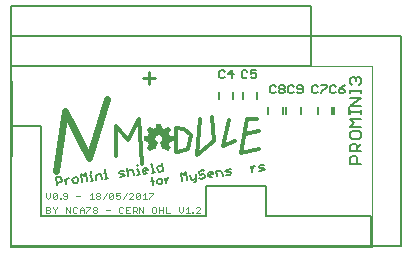
<source format=gto>
G75*
%MOIN*%
%OFA0B0*%
%FSLAX25Y25*%
%IPPOS*%
%LPD*%
%AMOC8*
5,1,8,0,0,1.08239X$1,22.5*
%
%ADD10C,0.00000*%
%ADD11C,0.01100*%
%ADD12C,0.02400*%
%ADD13C,0.01200*%
%ADD14C,0.00500*%
%ADD15C,0.00400*%
%ADD16C,0.01000*%
%ADD17C,0.00700*%
%ADD18C,0.00299*%
%ADD19C,0.00600*%
D10*
X0030829Y0002606D02*
X0151329Y0002606D01*
X0151329Y0062811D01*
X0131250Y0062850D01*
X0131211Y0062889D01*
X0131211Y0072811D01*
X0131250Y0082850D01*
X0030829Y0082850D01*
X0030829Y0002606D01*
D11*
X0077268Y0056884D02*
X0077268Y0060821D01*
X0075300Y0058853D02*
X0079237Y0058853D01*
D12*
X0063250Y0051850D02*
X0057250Y0032350D01*
X0049250Y0047850D01*
X0046250Y0027850D01*
D13*
X0066250Y0032850D02*
X0066250Y0042850D01*
X0070250Y0038350D01*
X0073750Y0045350D01*
X0074750Y0030350D01*
X0086250Y0034350D02*
X0086250Y0042350D01*
X0088750Y0041850D01*
X0091250Y0039850D01*
X0090250Y0035350D01*
X0086750Y0034350D01*
X0093250Y0033350D02*
X0098750Y0037850D01*
X0098250Y0045850D01*
X0094250Y0045350D02*
X0093250Y0033350D01*
X0101750Y0036350D02*
X0105750Y0037850D01*
X0101750Y0036350D02*
X0103750Y0044850D01*
X0109750Y0045350D02*
X0113250Y0045350D01*
X0109750Y0045350D02*
X0107750Y0033850D01*
X0113750Y0035350D01*
X0113750Y0041350D02*
X0109250Y0040350D01*
D14*
X0111302Y0029457D02*
X0111544Y0027671D01*
X0111423Y0028564D02*
X0112195Y0029577D01*
X0112641Y0029638D01*
X0113796Y0029339D02*
X0114302Y0028953D01*
X0115195Y0029074D01*
X0115702Y0028688D01*
X0115316Y0028181D01*
X0113977Y0028000D01*
X0113796Y0029339D02*
X0114182Y0029846D01*
X0115521Y0030027D01*
X0116250Y0022850D02*
X0116250Y0012850D01*
X0151250Y0012850D01*
X0151250Y0002850D01*
X0161250Y0002850D01*
X0161250Y0007850D01*
X0161250Y0067850D01*
X0161250Y0072850D01*
X0131250Y0072850D01*
X0131250Y0062850D01*
X0031250Y0062850D01*
X0031250Y0042850D01*
X0041250Y0042850D01*
X0041250Y0012850D01*
X0096250Y0012850D01*
X0096250Y0022850D01*
X0116250Y0022850D01*
X0104509Y0027175D02*
X0104002Y0027561D01*
X0103109Y0027440D01*
X0102603Y0027826D01*
X0102989Y0028333D01*
X0104328Y0028514D01*
X0104509Y0027175D02*
X0104123Y0026668D01*
X0102784Y0026487D01*
X0101649Y0026333D02*
X0101468Y0027672D01*
X0100961Y0028058D01*
X0099622Y0027877D01*
X0099864Y0026092D01*
X0098608Y0026831D02*
X0096823Y0026590D01*
X0096763Y0027036D02*
X0097149Y0027543D01*
X0098041Y0027664D01*
X0098548Y0027278D01*
X0098608Y0026831D01*
X0098283Y0025878D02*
X0097390Y0025758D01*
X0096884Y0026144D01*
X0096763Y0027036D01*
X0095689Y0026437D02*
X0095182Y0026823D01*
X0094289Y0026702D01*
X0093783Y0027088D01*
X0093722Y0027534D01*
X0094108Y0028041D01*
X0095001Y0028162D01*
X0095507Y0027776D01*
X0095689Y0026437D02*
X0095749Y0025990D01*
X0095363Y0025484D01*
X0094470Y0025363D01*
X0093964Y0025749D01*
X0092889Y0025149D02*
X0091550Y0024968D01*
X0091044Y0025354D01*
X0090863Y0026693D01*
X0089607Y0027432D02*
X0088835Y0026419D01*
X0087822Y0027191D01*
X0088184Y0024513D01*
X0089969Y0024754D02*
X0089607Y0027432D01*
X0092648Y0026934D02*
X0092950Y0024703D01*
X0092564Y0024196D01*
X0092117Y0024136D01*
X0083928Y0025756D02*
X0083482Y0025695D01*
X0082710Y0024682D01*
X0082589Y0025574D02*
X0082831Y0023789D01*
X0081636Y0024082D02*
X0081250Y0023575D01*
X0080357Y0023455D01*
X0079851Y0023841D01*
X0079730Y0024733D01*
X0080116Y0025240D01*
X0081008Y0025361D01*
X0081515Y0024975D01*
X0081636Y0024082D01*
X0078676Y0024591D02*
X0077783Y0024470D01*
X0078109Y0025423D02*
X0078411Y0023192D01*
X0078109Y0025423D02*
X0078495Y0025930D01*
X0078097Y0027408D02*
X0078990Y0027529D01*
X0078543Y0027468D02*
X0078181Y0030146D01*
X0077735Y0030086D01*
X0076781Y0028594D02*
X0076842Y0028147D01*
X0075056Y0027906D01*
X0074996Y0028352D02*
X0075382Y0028859D01*
X0076275Y0028980D01*
X0076781Y0028594D01*
X0076516Y0027194D02*
X0075623Y0027074D01*
X0075117Y0027460D01*
X0074996Y0028352D01*
X0073435Y0028596D02*
X0073677Y0026810D01*
X0074123Y0026871D02*
X0073230Y0026750D01*
X0072096Y0026597D02*
X0071915Y0027936D01*
X0071408Y0028322D01*
X0070515Y0028201D01*
X0070129Y0027694D01*
X0068934Y0027987D02*
X0067595Y0027806D01*
X0067209Y0027299D01*
X0067716Y0026913D01*
X0068609Y0027034D01*
X0069115Y0026648D01*
X0068729Y0026142D01*
X0067391Y0025961D01*
X0070310Y0026355D02*
X0069948Y0029033D01*
X0072989Y0028535D02*
X0073435Y0028596D01*
X0073315Y0029488D02*
X0073254Y0029935D01*
X0079863Y0029010D02*
X0080249Y0029517D01*
X0081588Y0029698D01*
X0081467Y0030591D02*
X0081829Y0027913D01*
X0080490Y0027732D01*
X0079983Y0028118D01*
X0079863Y0029010D01*
X0063417Y0025423D02*
X0062524Y0025303D01*
X0062970Y0025363D02*
X0062729Y0027148D01*
X0062283Y0027088D01*
X0062608Y0028041D02*
X0062548Y0028487D01*
X0061208Y0026488D02*
X0061389Y0025149D01*
X0061208Y0026488D02*
X0060702Y0026874D01*
X0059363Y0026693D01*
X0059604Y0024908D01*
X0058550Y0024765D02*
X0057657Y0024645D01*
X0058104Y0024705D02*
X0057862Y0026490D01*
X0057416Y0026430D01*
X0057742Y0027383D02*
X0057681Y0027829D01*
X0056161Y0027169D02*
X0056523Y0024491D01*
X0054737Y0024250D02*
X0054375Y0026928D01*
X0055389Y0026156D01*
X0056161Y0027169D01*
X0053422Y0025435D02*
X0053542Y0024543D01*
X0053156Y0024036D01*
X0052264Y0023915D01*
X0051757Y0024301D01*
X0051636Y0025194D01*
X0052022Y0025701D01*
X0052915Y0025821D01*
X0053422Y0025435D01*
X0050482Y0025492D02*
X0050035Y0025432D01*
X0049263Y0024419D01*
X0049143Y0025311D02*
X0049384Y0023526D01*
X0048069Y0024712D02*
X0047683Y0024205D01*
X0046344Y0024024D01*
X0046464Y0023131D02*
X0046102Y0025809D01*
X0047441Y0025990D01*
X0047948Y0025604D01*
X0048069Y0024712D01*
X0031250Y0042850D02*
X0031250Y0002850D01*
X0151250Y0002850D01*
X0141876Y0053757D02*
X0140976Y0053757D01*
X0140525Y0054208D01*
X0140525Y0055109D01*
X0141876Y0055109D01*
X0142327Y0054658D01*
X0142327Y0054208D01*
X0141876Y0053757D01*
X0140525Y0055109D02*
X0141426Y0056009D01*
X0142327Y0056460D01*
X0139380Y0056009D02*
X0138930Y0056460D01*
X0138029Y0056460D01*
X0137579Y0056009D01*
X0137579Y0054208D01*
X0138029Y0053757D01*
X0138930Y0053757D01*
X0139380Y0054208D01*
X0136327Y0056009D02*
X0134525Y0054208D01*
X0134525Y0053757D01*
X0133380Y0054208D02*
X0132930Y0053757D01*
X0132029Y0053757D01*
X0131579Y0054208D01*
X0131579Y0056009D01*
X0132029Y0056460D01*
X0132930Y0056460D01*
X0133380Y0056009D01*
X0134525Y0056460D02*
X0136327Y0056460D01*
X0136327Y0056009D01*
X0128327Y0056009D02*
X0128327Y0054208D01*
X0127876Y0053757D01*
X0126976Y0053757D01*
X0126525Y0054208D01*
X0126976Y0055109D02*
X0128327Y0055109D01*
X0128327Y0056009D02*
X0127876Y0056460D01*
X0126976Y0056460D01*
X0126525Y0056009D01*
X0126525Y0055559D01*
X0126976Y0055109D01*
X0125380Y0056009D02*
X0124930Y0056460D01*
X0124029Y0056460D01*
X0123579Y0056009D01*
X0123579Y0054208D01*
X0124029Y0053757D01*
X0124930Y0053757D01*
X0125380Y0054208D01*
X0122327Y0054208D02*
X0121876Y0053757D01*
X0120976Y0053757D01*
X0120525Y0054208D01*
X0120525Y0054658D01*
X0120976Y0055109D01*
X0121876Y0055109D01*
X0122327Y0054658D01*
X0122327Y0054208D01*
X0121876Y0055109D02*
X0122327Y0055559D01*
X0122327Y0056009D01*
X0121876Y0056460D01*
X0120976Y0056460D01*
X0120525Y0056009D01*
X0120525Y0055559D01*
X0120976Y0055109D01*
X0119380Y0056009D02*
X0118930Y0056460D01*
X0118029Y0056460D01*
X0117579Y0056009D01*
X0117579Y0054208D01*
X0118029Y0053757D01*
X0118930Y0053757D01*
X0119380Y0054208D01*
X0112827Y0059208D02*
X0112376Y0058757D01*
X0111476Y0058757D01*
X0111025Y0059208D01*
X0111025Y0060109D02*
X0111926Y0060559D01*
X0112376Y0060559D01*
X0112827Y0060109D01*
X0112827Y0059208D01*
X0111025Y0060109D02*
X0111025Y0061460D01*
X0112827Y0061460D01*
X0109880Y0061009D02*
X0109430Y0061460D01*
X0108529Y0061460D01*
X0108079Y0061009D01*
X0108079Y0059208D01*
X0108529Y0058757D01*
X0109430Y0058757D01*
X0109880Y0059208D01*
X0105327Y0060109D02*
X0103525Y0060109D01*
X0104876Y0061460D01*
X0104876Y0058757D01*
X0102380Y0059208D02*
X0101930Y0058757D01*
X0101029Y0058757D01*
X0100579Y0059208D01*
X0100579Y0061009D01*
X0101029Y0061460D01*
X0101930Y0061460D01*
X0102380Y0061009D01*
X0131250Y0072850D02*
X0031250Y0072850D01*
X0031250Y0062850D01*
X0031250Y0072850D02*
X0031250Y0082850D01*
X0131250Y0082850D01*
X0131250Y0072850D01*
X0031250Y0072850D01*
D15*
X0042950Y0020552D02*
X0042950Y0019217D01*
X0043617Y0018550D01*
X0044284Y0019217D01*
X0044284Y0020552D01*
X0045160Y0020218D02*
X0045160Y0018884D01*
X0046494Y0020218D01*
X0046494Y0018884D01*
X0046161Y0018550D01*
X0045493Y0018550D01*
X0045160Y0018884D01*
X0045160Y0020218D02*
X0045493Y0020552D01*
X0046161Y0020552D01*
X0046494Y0020218D01*
X0047370Y0018884D02*
X0047703Y0018884D01*
X0047703Y0018550D01*
X0047370Y0018550D01*
X0047370Y0018884D01*
X0048475Y0018884D02*
X0048808Y0018550D01*
X0049476Y0018550D01*
X0049809Y0018884D01*
X0049809Y0020218D01*
X0049476Y0020552D01*
X0048808Y0020552D01*
X0048475Y0020218D01*
X0048475Y0019884D01*
X0048808Y0019551D01*
X0049809Y0019551D01*
X0052894Y0019551D02*
X0054229Y0019551D01*
X0057314Y0019884D02*
X0057981Y0020552D01*
X0057981Y0018550D01*
X0057314Y0018550D02*
X0058649Y0018550D01*
X0059524Y0018884D02*
X0059524Y0019217D01*
X0059858Y0019551D01*
X0060525Y0019551D01*
X0060859Y0019217D01*
X0060859Y0018884D01*
X0060525Y0018550D01*
X0059858Y0018550D01*
X0059524Y0018884D01*
X0059858Y0019551D02*
X0059524Y0019884D01*
X0059524Y0020218D01*
X0059858Y0020552D01*
X0060525Y0020552D01*
X0060859Y0020218D01*
X0060859Y0019884D01*
X0060525Y0019551D01*
X0061734Y0018550D02*
X0063068Y0020552D01*
X0063944Y0020218D02*
X0064277Y0020552D01*
X0064945Y0020552D01*
X0065278Y0020218D01*
X0063944Y0018884D01*
X0064277Y0018550D01*
X0064945Y0018550D01*
X0065278Y0018884D01*
X0065278Y0020218D01*
X0066154Y0020552D02*
X0066154Y0019551D01*
X0066821Y0019884D01*
X0067155Y0019884D01*
X0067488Y0019551D01*
X0067488Y0018884D01*
X0067155Y0018550D01*
X0066487Y0018550D01*
X0066154Y0018884D01*
X0066154Y0020552D02*
X0067488Y0020552D01*
X0068364Y0018550D02*
X0069698Y0020552D01*
X0070573Y0020218D02*
X0070907Y0020552D01*
X0071574Y0020552D01*
X0071908Y0020218D01*
X0071908Y0019884D01*
X0070573Y0018550D01*
X0071908Y0018550D01*
X0072783Y0018884D02*
X0072783Y0020218D01*
X0073117Y0020552D01*
X0073784Y0020552D01*
X0074118Y0020218D01*
X0072783Y0018884D01*
X0073117Y0018550D01*
X0073784Y0018550D01*
X0074118Y0018884D01*
X0074118Y0020218D01*
X0074993Y0019884D02*
X0075660Y0020552D01*
X0075660Y0018550D01*
X0074993Y0018550D02*
X0076328Y0018550D01*
X0077203Y0018550D02*
X0077203Y0018884D01*
X0078538Y0020218D01*
X0078538Y0020552D01*
X0077203Y0020552D01*
X0078642Y0016052D02*
X0078308Y0015718D01*
X0078308Y0014384D01*
X0078642Y0014050D01*
X0079309Y0014050D01*
X0079643Y0014384D01*
X0079643Y0015718D01*
X0079309Y0016052D01*
X0078642Y0016052D01*
X0080518Y0016052D02*
X0080518Y0014050D01*
X0080518Y0015051D02*
X0081852Y0015051D01*
X0081852Y0016052D02*
X0081852Y0014050D01*
X0082728Y0014050D02*
X0082728Y0016052D01*
X0082728Y0014050D02*
X0084062Y0014050D01*
X0087148Y0014717D02*
X0087815Y0014050D01*
X0088482Y0014717D01*
X0088482Y0016052D01*
X0089357Y0015384D02*
X0090025Y0016052D01*
X0090025Y0014050D01*
X0090692Y0014050D02*
X0089357Y0014050D01*
X0091567Y0014050D02*
X0091901Y0014050D01*
X0091901Y0014384D01*
X0091567Y0014384D01*
X0091567Y0014050D01*
X0092672Y0014050D02*
X0094007Y0015384D01*
X0094007Y0015718D01*
X0093673Y0016052D01*
X0093006Y0016052D01*
X0092672Y0015718D01*
X0092672Y0014050D02*
X0094007Y0014050D01*
X0087148Y0014717D02*
X0087148Y0016052D01*
X0075223Y0016052D02*
X0075223Y0014050D01*
X0073888Y0016052D01*
X0073888Y0014050D01*
X0073013Y0014050D02*
X0072346Y0014717D01*
X0072679Y0014717D02*
X0071678Y0014717D01*
X0071678Y0014050D02*
X0071678Y0016052D01*
X0072679Y0016052D01*
X0073013Y0015718D01*
X0073013Y0015051D01*
X0072679Y0014717D01*
X0070803Y0014050D02*
X0069469Y0014050D01*
X0069469Y0016052D01*
X0070803Y0016052D01*
X0070136Y0015051D02*
X0069469Y0015051D01*
X0068593Y0015718D02*
X0068260Y0016052D01*
X0067592Y0016052D01*
X0067259Y0015718D01*
X0067259Y0014384D01*
X0067592Y0014050D01*
X0068260Y0014050D01*
X0068593Y0014384D01*
X0064173Y0015051D02*
X0062839Y0015051D01*
X0059754Y0015384D02*
X0059420Y0015051D01*
X0058753Y0015051D01*
X0058419Y0015384D01*
X0058419Y0015718D01*
X0058753Y0016052D01*
X0059420Y0016052D01*
X0059754Y0015718D01*
X0059754Y0015384D01*
X0059420Y0015051D02*
X0059754Y0014717D01*
X0059754Y0014384D01*
X0059420Y0014050D01*
X0058753Y0014050D01*
X0058419Y0014384D01*
X0058419Y0014717D01*
X0058753Y0015051D01*
X0057544Y0015718D02*
X0056209Y0014384D01*
X0056209Y0014050D01*
X0055334Y0014050D02*
X0055334Y0015384D01*
X0054667Y0016052D01*
X0053999Y0015384D01*
X0053999Y0014050D01*
X0053124Y0014384D02*
X0052790Y0014050D01*
X0052123Y0014050D01*
X0051790Y0014384D01*
X0051790Y0015718D01*
X0052123Y0016052D01*
X0052790Y0016052D01*
X0053124Y0015718D01*
X0053999Y0015051D02*
X0055334Y0015051D01*
X0056209Y0016052D02*
X0057544Y0016052D01*
X0057544Y0015718D01*
X0063944Y0018884D02*
X0063944Y0020218D01*
X0050914Y0016052D02*
X0050914Y0014050D01*
X0049580Y0016052D01*
X0049580Y0014050D01*
X0046494Y0015718D02*
X0046494Y0016052D01*
X0046494Y0015718D02*
X0045827Y0015051D01*
X0045827Y0014050D01*
X0045827Y0015051D02*
X0045160Y0015718D01*
X0045160Y0016052D01*
X0044284Y0015718D02*
X0044284Y0015384D01*
X0043951Y0015051D01*
X0042950Y0015051D01*
X0042950Y0014050D02*
X0042950Y0016052D01*
X0043951Y0016052D01*
X0044284Y0015718D01*
X0043951Y0015051D02*
X0044284Y0014717D01*
X0044284Y0014384D01*
X0043951Y0014050D01*
X0042950Y0014050D01*
D16*
X0031250Y0032850D02*
X0031250Y0057850D01*
D17*
X0144097Y0058458D02*
X0144731Y0059092D01*
X0145365Y0059092D01*
X0145998Y0058458D01*
X0146632Y0059092D01*
X0147266Y0059092D01*
X0147900Y0058458D01*
X0147900Y0057190D01*
X0147266Y0056556D01*
X0147900Y0055062D02*
X0147900Y0053794D01*
X0147900Y0054428D02*
X0144097Y0054428D01*
X0144097Y0053794D02*
X0144097Y0055062D01*
X0144731Y0056556D02*
X0144097Y0057190D01*
X0144097Y0058458D01*
X0145998Y0058458D02*
X0145998Y0057824D01*
X0144097Y0052186D02*
X0147900Y0052186D01*
X0144097Y0049651D01*
X0147900Y0049651D01*
X0147900Y0048156D02*
X0147900Y0046888D01*
X0147900Y0047522D02*
X0144097Y0047522D01*
X0144097Y0046888D02*
X0144097Y0048156D01*
X0144097Y0045280D02*
X0147900Y0045280D01*
X0147900Y0042745D02*
X0144097Y0042745D01*
X0145365Y0044012D01*
X0144097Y0045280D01*
X0144731Y0041137D02*
X0144097Y0040503D01*
X0144097Y0039235D01*
X0144731Y0038601D01*
X0147266Y0038601D01*
X0147900Y0039235D01*
X0147900Y0040503D01*
X0147266Y0041137D01*
X0144731Y0041137D01*
X0144731Y0036993D02*
X0144097Y0036359D01*
X0144097Y0034458D01*
X0147900Y0034458D01*
X0146632Y0034458D02*
X0146632Y0036359D01*
X0145998Y0036993D01*
X0144731Y0036993D01*
X0146632Y0035725D02*
X0147900Y0036993D01*
X0145998Y0032850D02*
X0146632Y0032216D01*
X0146632Y0030314D01*
X0147900Y0030314D02*
X0144097Y0030314D01*
X0144097Y0032216D01*
X0144731Y0032850D01*
X0145998Y0032850D01*
D18*
X0085119Y0038170D02*
X0083741Y0037934D01*
X0083701Y0037895D01*
X0083701Y0037816D01*
X0083662Y0037737D01*
X0083662Y0037698D01*
X0083622Y0037619D01*
X0083622Y0037580D01*
X0083544Y0037422D01*
X0083544Y0037383D01*
X0083504Y0037304D01*
X0083465Y0037265D01*
X0083426Y0037186D01*
X0083426Y0037147D01*
X0083386Y0037068D01*
X0083347Y0037029D01*
X0083307Y0036950D01*
X0084134Y0035848D01*
X0083229Y0034942D01*
X0082087Y0035729D01*
X0082048Y0035729D01*
X0081969Y0035651D01*
X0081930Y0035651D01*
X0081890Y0035611D01*
X0081811Y0035611D01*
X0081772Y0035572D01*
X0081733Y0035572D01*
X0081693Y0035533D01*
X0081654Y0035533D01*
X0081615Y0035493D01*
X0081536Y0035493D01*
X0081536Y0035454D01*
X0080748Y0037580D01*
X0080985Y0037698D01*
X0081063Y0037777D01*
X0081142Y0037816D01*
X0081300Y0037973D01*
X0081339Y0038052D01*
X0081418Y0038131D01*
X0081457Y0038210D01*
X0081496Y0038328D01*
X0081536Y0038407D01*
X0081536Y0038485D01*
X0081575Y0038603D01*
X0081575Y0038958D01*
X0081536Y0039076D01*
X0081536Y0039194D01*
X0081457Y0039312D01*
X0081418Y0039430D01*
X0081260Y0039666D01*
X0081103Y0039824D01*
X0080867Y0039981D01*
X0080748Y0040021D01*
X0080630Y0040099D01*
X0080512Y0040099D01*
X0080394Y0040139D01*
X0080119Y0040139D01*
X0079961Y0040099D01*
X0079843Y0040099D01*
X0079725Y0040021D01*
X0079607Y0039981D01*
X0079489Y0039903D01*
X0079410Y0039824D01*
X0079292Y0039745D01*
X0079213Y0039666D01*
X0079056Y0039430D01*
X0078898Y0038958D01*
X0078898Y0038722D01*
X0078937Y0038603D01*
X0078937Y0038485D01*
X0079016Y0038328D01*
X0079056Y0038210D01*
X0079134Y0038052D01*
X0079213Y0037973D01*
X0079252Y0037895D01*
X0079331Y0037816D01*
X0079410Y0037777D01*
X0079489Y0037698D01*
X0079646Y0037619D01*
X0079764Y0037580D01*
X0078977Y0035454D01*
X0078937Y0035493D01*
X0078859Y0035493D01*
X0078819Y0035533D01*
X0078780Y0035533D01*
X0078741Y0035572D01*
X0078701Y0035572D01*
X0078662Y0035611D01*
X0078622Y0035611D01*
X0078583Y0035651D01*
X0078544Y0035651D01*
X0078504Y0035690D01*
X0078465Y0035690D01*
X0078426Y0035729D01*
X0078386Y0035729D01*
X0077244Y0034942D01*
X0076378Y0035848D01*
X0077166Y0036950D01*
X0077126Y0037029D01*
X0077126Y0037068D01*
X0077087Y0037147D01*
X0077048Y0037186D01*
X0077008Y0037265D01*
X0076969Y0037304D01*
X0076969Y0037383D01*
X0076930Y0037422D01*
X0076930Y0037501D01*
X0076890Y0037580D01*
X0076851Y0037619D01*
X0076851Y0037698D01*
X0076811Y0037737D01*
X0076811Y0037816D01*
X0076772Y0037895D01*
X0076772Y0037934D01*
X0075394Y0038170D01*
X0075394Y0039430D01*
X0076772Y0039666D01*
X0076772Y0039745D01*
X0076811Y0039824D01*
X0076811Y0039863D01*
X0076851Y0039942D01*
X0076851Y0039981D01*
X0076930Y0040139D01*
X0076930Y0040178D01*
X0076969Y0040257D01*
X0077008Y0040296D01*
X0077008Y0040375D01*
X0077048Y0040414D01*
X0077087Y0040493D01*
X0077126Y0040533D01*
X0077126Y0040611D01*
X0077166Y0040651D01*
X0076378Y0041792D01*
X0077244Y0042659D01*
X0078386Y0041871D01*
X0078465Y0041911D01*
X0078504Y0041950D01*
X0078583Y0041950D01*
X0078622Y0041989D01*
X0078701Y0042029D01*
X0078741Y0042068D01*
X0078819Y0042068D01*
X0078859Y0042107D01*
X0078937Y0042147D01*
X0078977Y0042147D01*
X0079056Y0042186D01*
X0079134Y0042186D01*
X0079174Y0042225D01*
X0079252Y0042225D01*
X0079331Y0042265D01*
X0079370Y0042265D01*
X0079607Y0043643D01*
X0080867Y0043643D01*
X0081103Y0042265D01*
X0081181Y0042265D01*
X0081260Y0042225D01*
X0081300Y0042225D01*
X0081378Y0042186D01*
X0081418Y0042186D01*
X0081496Y0042147D01*
X0081575Y0042147D01*
X0081615Y0042107D01*
X0081693Y0042068D01*
X0081733Y0042068D01*
X0081811Y0042029D01*
X0081851Y0041989D01*
X0081930Y0041950D01*
X0081969Y0041950D01*
X0082048Y0041911D01*
X0082087Y0041871D01*
X0083229Y0042659D01*
X0084134Y0041792D01*
X0083307Y0040651D01*
X0083347Y0040611D01*
X0083386Y0040533D01*
X0083426Y0040493D01*
X0083426Y0040414D01*
X0083465Y0040375D01*
X0083504Y0040296D01*
X0083544Y0040257D01*
X0083544Y0040178D01*
X0083583Y0040139D01*
X0083583Y0040060D01*
X0083622Y0039981D01*
X0083662Y0039942D01*
X0083662Y0039863D01*
X0083701Y0039824D01*
X0083701Y0039666D01*
X0085119Y0039430D01*
X0085119Y0038170D01*
X0085119Y0038333D02*
X0081499Y0038333D01*
X0081575Y0038630D02*
X0085119Y0038630D01*
X0085119Y0038928D02*
X0081575Y0038928D01*
X0081515Y0039226D02*
X0085119Y0039226D01*
X0084558Y0039524D02*
X0081355Y0039524D01*
X0081105Y0039821D02*
X0083701Y0039821D01*
X0083583Y0040119D02*
X0080453Y0040119D01*
X0080040Y0040119D02*
X0076920Y0040119D01*
X0076810Y0039821D02*
X0079406Y0039821D01*
X0079118Y0039524D02*
X0075939Y0039524D01*
X0075394Y0039226D02*
X0078987Y0039226D01*
X0078898Y0038928D02*
X0075394Y0038928D01*
X0075394Y0038630D02*
X0078928Y0038630D01*
X0079014Y0038333D02*
X0075394Y0038333D01*
X0076183Y0038035D02*
X0079151Y0038035D01*
X0079449Y0037737D02*
X0076811Y0037737D01*
X0076930Y0037440D02*
X0079712Y0037440D01*
X0079602Y0037142D02*
X0077089Y0037142D01*
X0077090Y0036844D02*
X0079492Y0036844D01*
X0079381Y0036546D02*
X0076878Y0036546D01*
X0076665Y0036249D02*
X0079271Y0036249D01*
X0079161Y0035951D02*
X0076452Y0035951D01*
X0076564Y0035653D02*
X0078276Y0035653D01*
X0078541Y0035653D02*
X0079051Y0035653D01*
X0077844Y0035356D02*
X0076849Y0035356D01*
X0077134Y0035058D02*
X0077412Y0035058D01*
X0081131Y0036546D02*
X0083610Y0036546D01*
X0083833Y0036249D02*
X0081241Y0036249D01*
X0081352Y0035951D02*
X0084057Y0035951D01*
X0083940Y0035653D02*
X0082197Y0035653D01*
X0081971Y0035653D02*
X0081462Y0035653D01*
X0082629Y0035356D02*
X0083642Y0035356D01*
X0083345Y0035058D02*
X0083061Y0035058D01*
X0083387Y0036844D02*
X0081021Y0036844D01*
X0080911Y0037142D02*
X0083423Y0037142D01*
X0083552Y0037440D02*
X0080800Y0037440D01*
X0081024Y0037737D02*
X0083662Y0037737D01*
X0084329Y0038035D02*
X0081330Y0038035D01*
X0083426Y0040417D02*
X0077049Y0040417D01*
X0077122Y0040715D02*
X0083354Y0040715D01*
X0083569Y0041012D02*
X0076916Y0041012D01*
X0076711Y0041310D02*
X0083785Y0041310D01*
X0084001Y0041608D02*
X0076506Y0041608D01*
X0076491Y0041905D02*
X0078336Y0041905D01*
X0078455Y0041905D02*
X0082053Y0041905D01*
X0082137Y0041905D02*
X0084016Y0041905D01*
X0083705Y0042203D02*
X0082568Y0042203D01*
X0083000Y0042501D02*
X0083394Y0042501D01*
X0081344Y0042203D02*
X0079151Y0042203D01*
X0079411Y0042501D02*
X0081062Y0042501D01*
X0081011Y0042799D02*
X0079462Y0042799D01*
X0079513Y0043096D02*
X0080960Y0043096D01*
X0080909Y0043394D02*
X0079564Y0043394D01*
X0077905Y0042203D02*
X0076789Y0042203D01*
X0077087Y0042501D02*
X0077473Y0042501D01*
D19*
X0100467Y0051826D02*
X0100467Y0054189D01*
X0105191Y0054189D02*
X0105191Y0051826D01*
X0108467Y0051826D02*
X0108467Y0054189D01*
X0113191Y0054189D02*
X0113191Y0051826D01*
X0116967Y0049189D02*
X0116967Y0046826D01*
X0121691Y0046826D02*
X0121691Y0049189D01*
X0122967Y0049189D02*
X0122967Y0046826D01*
X0127691Y0046826D02*
X0127691Y0049189D01*
X0133467Y0049189D02*
X0133467Y0046826D01*
X0138191Y0046826D02*
X0138191Y0049189D01*
X0138967Y0049189D02*
X0138967Y0046826D01*
X0143691Y0046826D02*
X0143691Y0049189D01*
M02*

</source>
